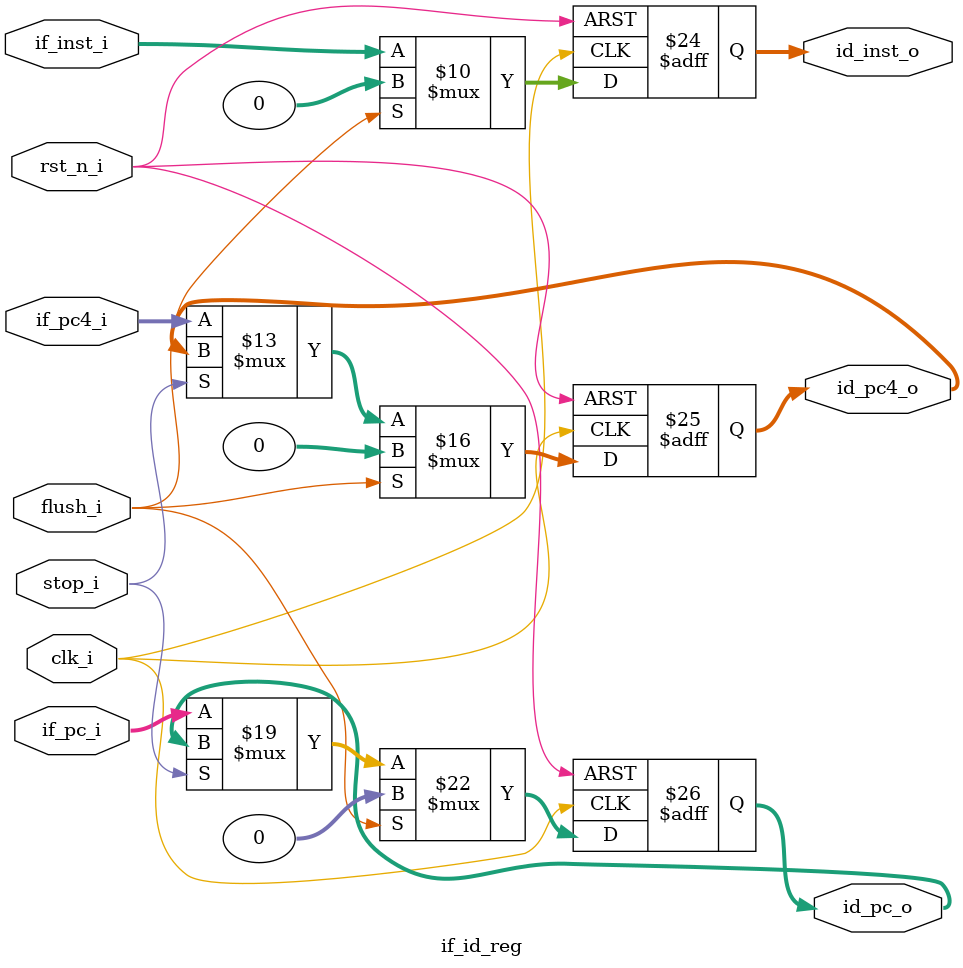
<source format=v>
`timescale 1ns / 1ps

module if_id_reg(
    input             clk_i    ,
    input             rst_n_i  ,

    input             flush_i  ,
    input             stop_i   ,

    input      [31:0] if_pc_i  ,
    input      [31:0] if_pc4_i ,
    input      [31:0] if_inst_i,

    output reg [31:0] id_pc_o  ,
    output reg [31:0] id_pc4_o ,
    output reg [31:0] id_inst_o
);

always @(posedge clk_i or negedge rst_n_i) begin
    if (~rst_n_i)    id_pc_o <= 'b0    ;
    else if (flush_i)id_pc_o <= 'b0    ;
    else if (stop_i) id_pc_o <= id_pc_o;
    else             id_pc_o <= if_pc_i;
end

always @(posedge clk_i or negedge rst_n_i) begin
    if (~rst_n_i)    id_pc4_o <= 'b0     ;
    else if (flush_i)id_pc4_o <= 'b0     ;
    else if (stop_i) id_pc4_o <= id_pc4_o;
    else             id_pc4_o <= if_pc4_i;
end

always @(posedge clk_i or negedge rst_n_i) begin
    if (~rst_n_i)    id_inst_o <= 'b0      ;
    else if (flush_i)id_inst_o <= 'b0      ;
    else if (stop_i) id_inst_o <= if_inst_i;
    else             id_inst_o <= if_inst_i;
end

endmodule

</source>
